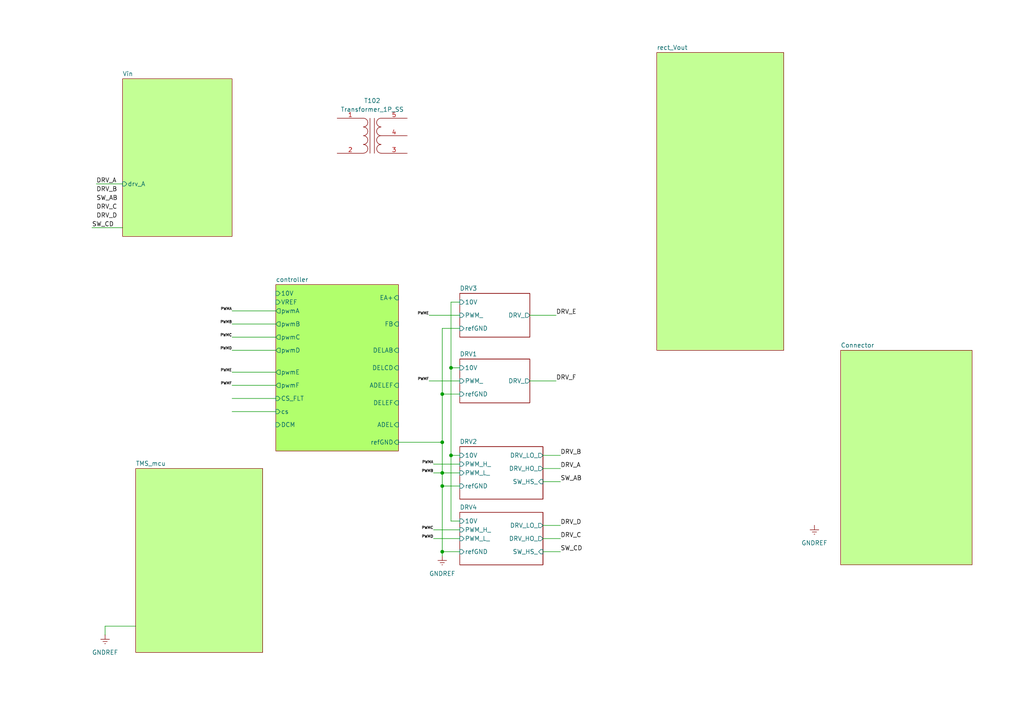
<source format=kicad_sch>
(kicad_sch (version 20231120) (generator "eeschema") (generator_version "8.0")
  (paper "A4")
  (lib_symbols
    (symbol "Device:Transformer_1P_SS" (pin_names (offset 1.016) hide)
      (property "Reference" "T" (at 0 6.35 0))
      (property "Value" "Transformer_1P_SS" (at 0 -7.62 0))
      (symbol "Transformer_1P_SS_0_1"
        (arc (start -2.54 -5.0546) (mid -1.6599 -4.6901) (end -1.27 -3.81))
        (arc (start -2.54 -2.5146) (mid -1.6599 -2.1501) (end -1.27 -1.27))
        (arc (start -2.54 0.0254) (mid -1.6599 0.3899) (end -1.27 1.27))
        (arc (start -2.54 2.5654) (mid -1.6599 2.9299) (end -1.27 3.81))
        (arc (start -1.27 -3.81) (mid -1.642 -2.912) (end -2.54 -2.54))
        (arc (start -1.27 -1.27) (mid -1.642 -0.372) (end -2.54 0))
        (arc (start -1.27 1.27) (mid -1.642 2.168) (end -2.54 2.54))
        (arc (start -1.27 3.81) (mid -1.642 4.708) (end -2.54 5.08))
        (polyline (pts (xy -0.635 5.08) (xy -0.635 -5.08)))
        (polyline (pts (xy 0.635 -5.08) (xy 0.635 5.08)))
        (arc (start 1.2954 -1.27) (mid 1.6599 -2.1501) (end 2.54 -2.5146))
        (arc (start 1.2954 1.27) (mid 1.6599 0.3899) (end 2.54 0.0254))
        (arc (start 1.2954 3.81) (mid 1.6599 2.9299) (end 2.54 2.5654))
        (arc (start 1.3208 -3.81) (mid 1.6853 -4.6901) (end 2.5654 -5.0546))
        (arc (start 2.54 0) (mid 1.642 -0.372) (end 1.2954 -1.27))
        (arc (start 2.54 2.54) (mid 1.642 2.168) (end 1.2954 1.27))
        (arc (start 2.54 5.08) (mid 1.642 4.708) (end 1.2954 3.81))
        (arc (start 2.5654 -2.54) (mid 1.6674 -2.912) (end 1.3208 -3.81))
      )
      (symbol "Transformer_1P_SS_1_1"
        (pin passive line (at -10.16 5.08 0) (length 7.62) (name "AA") (number "1"))
        (pin passive line (at -10.16 -5.08 0) (length 7.62) (name "AB") (number "2"))
        (pin passive line (at 10.16 -5.08 180) (length 7.62) (name "SA") (number "3"))
        (pin passive line (at 10.16 0 180) (length 7.62) (name "SC") (number "4"))
        (pin passive line (at 10.16 5.08 180) (length 7.62) (name "SB") (number "5"))
      )
    )
    (symbol "power:GNDREF" (power) (pin_numbers hide) (pin_names (offset 0) hide)
      (property "Value" "GNDREF" (at 0 -3.81 0))
      (symbol "GNDREF_0_1"
        (polyline (pts (xy -0.635 -1.905) (xy 0.635 -1.905)))
        (polyline (pts (xy -0.127 -2.54) (xy 0.127 -2.54)))
        (polyline (pts (xy 0 -1.27) (xy 0 0)))
        (polyline (pts (xy 1.27 -1.27) (xy -1.27 -1.27)))
      )
      (symbol "GNDREF_1_1"
        (pin power_in line (at 0 0 270) (length 0) (name "~") (number "1"))
      )
    )
  )
  (junction (at 130.81 132.08))
  (junction (at 128.27 128.27))
  (junction (at 128.27 140.97))
  (junction (at 128.27 114.3))
  (junction (at 130.81 106.68))
  (junction (at 128.27 137.16))
  (junction (at 128.27 160.02))
  (wire (pts (xy 128.27 114.3) (xy 128.27 128.27)))
  (wire (pts (xy 130.81 132.08) (xy 130.81 151.13)))
  (wire (pts (xy 128.27 140.97) (xy 128.27 160.02)))
  (wire (pts (xy 67.31 119.38) (xy 80.01 119.38)))
  (wire (pts (xy 153.67 110.49) (xy 161.29 110.49)))
  (wire (pts (xy 26.67 66.04) (xy 35.56 66.04)))
  (wire (pts (xy 130.81 106.68) (xy 133.35 106.68)))
  (wire (pts (xy 67.31 93.98) (xy 80.01 93.98)))
  (wire (pts (xy 130.81 87.63) (xy 130.81 106.68)))
  (wire (pts (xy 157.48 139.7) (xy 162.56 139.7)))
  (wire (pts (xy 115.57 128.27) (xy 128.27 128.27)))
  (wire (pts (xy 124.46 91.44) (xy 133.35 91.44)))
  (wire (pts (xy 125.73 156.21) (xy 133.35 156.21)))
  (wire (pts (xy 128.27 95.25) (xy 128.27 114.3)))
  (wire (pts (xy 30.48 184.15) (xy 30.48 181.61)))
  (wire (pts (xy 157.48 156.21) (xy 162.56 156.21)))
  (wire (pts (xy 128.27 140.97) (xy 133.35 140.97)))
  (wire (pts (xy 133.35 95.25) (xy 128.27 95.25)))
  (wire (pts (xy 27.94 53.34) (xy 35.56 53.34)))
  (wire (pts (xy 128.27 128.27) (xy 128.27 137.16)))
  (wire (pts (xy 130.81 106.68) (xy 130.81 132.08)))
  (wire (pts (xy 30.48 181.61) (xy 39.37 181.61)))
  (wire (pts (xy 67.31 97.79) (xy 80.01 97.79)))
  (wire (pts (xy 128.27 137.16) (xy 128.27 140.97)))
  (wire (pts (xy 128.27 160.02) (xy 128.27 161.29)))
  (wire (pts (xy 67.31 90.17) (xy 80.01 90.17)))
  (wire (pts (xy 133.35 87.63) (xy 130.81 87.63)))
  (wire (pts (xy 125.73 134.62) (xy 133.35 134.62)))
  (wire (pts (xy 157.48 132.08) (xy 162.56 132.08)))
  (wire (pts (xy 153.67 91.44) (xy 161.29 91.44)))
  (wire (pts (xy 67.31 115.57) (xy 80.01 115.57)))
  (wire (pts (xy 128.27 160.02) (xy 133.35 160.02)))
  (wire (pts (xy 125.73 153.67) (xy 133.35 153.67)))
  (wire (pts (xy 67.31 101.6) (xy 80.01 101.6)))
  (wire (pts (xy 128.27 137.16) (xy 133.35 137.16)))
  (wire (pts (xy 67.31 107.95) (xy 80.01 107.95)))
  (wire (pts (xy 125.73 137.16) (xy 128.27 137.16)))
  (wire (pts (xy 130.81 132.08) (xy 133.35 132.08)))
  (wire (pts (xy 124.46 110.49) (xy 133.35 110.49)))
  (wire (pts (xy 157.48 152.4) (xy 162.56 152.4)))
  (wire (pts (xy 157.48 135.89) (xy 162.56 135.89)))
  (wire (pts (xy 67.31 111.76) (xy 80.01 111.76)))
  (wire (pts (xy 128.27 114.3) (xy 133.35 114.3)))
  (wire (pts (xy 157.48 160.02) (xy 162.56 160.02)))
  (wire (pts (xy 133.35 151.13) (xy 130.81 151.13)))
  (label "PWMA" (at 125.73 134.62 180) (effects (font (size 0.762 0.762))))
  (label "PWMC" (at 67.31 97.79 180) (effects (font (size 0.762 0.762))))
  (label "DRV_C" (at 27.94 60.96 0))
  (label "PWME" (at 67.31 107.95 180) (effects (font (size 0.762 0.762))))
  (label "DRV_D" (at 162.56 152.4 0))
  (label "SW_CD" (at 26.67 66.04 0))
  (label "PWMA" (at 67.31 90.17 180) (effects (font (size 0.762 0.762))))
  (label "DRV_F" (at 161.29 110.49 0))
  (label "DRV_D" (at 27.94 63.5 0))
  (label "PWMB" (at 67.31 93.98 180) (effects (font (size 0.762 0.762))))
  (label "PWME" (at 124.46 91.44 180) (effects (font (size 0.762 0.762))))
  (label "DRV_B" (at 162.56 132.08 0))
  (label "PWMC" (at 125.73 153.67 180) (effects (font (size 0.762 0.762))))
  (label "PWMB" (at 125.73 137.16 180) (effects (font (size 0.762 0.762))))
  (label "PWMF" (at 67.31 111.76 180) (effects (font (size 0.762 0.762))))
  (label "PWMD" (at 125.73 156.21 180) (effects (font (size 0.762 0.762))))
  (label "SW_CD" (at 162.56 160.02 0))
  (label "PWMD" (at 67.31 101.6 180) (effects (font (size 0.762 0.762))))
  (label "DRV_E" (at 161.29 91.44 0))
  (label "DRV_C" (at 162.56 156.21 0))
  (label "SW_AB" (at 162.56 139.7 0))
  (label "SW_AB" (at 27.94 58.42 0))
  (label "DRV_A" (at 162.56 135.89 0))
  (label "DRV_A" (at 27.94 53.34 0))
  (label "DRV_B" (at 27.94 55.88 0))
  (label "PWMF" (at 124.46 110.49 180) (effects (font (size 0.762 0.762))))
  (symbol (lib_id "power:GNDREF") (at 128.27 161.29 0) (unit 1)
    (property "Reference" "#PWR0101" (effects (hide yes)))
    (property "Value" "GNDREF" (at 128.27 166.37 0))
    (property "Description" "Power symbol creates a global label with name \"GNDREF\" , reference supply ground" (effects (hide yes)))
  )
  (symbol (lib_id "Device:Transformer_1P_SS") (at 107.95 39.37 0) (unit 1)
    (property "Reference" "T102" (at 107.9627 29.21 0))
    (property "Value" "Transformer_1P_SS" (at 107.9627 31.75 0))
    (property "Description" "Transformer, single primary, split secondary" (effects (hide yes)))
  )
  (symbol (lib_id "power:GNDREF") (at 236.22 152.4 0) (unit 1)
    (property "Reference" "#PWR0102" (effects (hide yes)))
    (property "Value" "GNDREF" (at 236.22 157.48 0))
    (property "Description" "Power symbol creates a global label with name \"GNDREF\" , reference supply ground" (effects (hide yes)))
  )
  (symbol (lib_id "power:GNDREF") (at 30.48 184.15 0) (unit 1)
    (property "Reference" "#PWR0103" (effects (hide yes)))
    (property "Value" "GNDREF" (at 30.48 189.23 0))
    (property "Description" "Power symbol creates a global label with name \"GNDREF\" , reference supply ground" (effects (hide yes)))
  )
  (sheet (at 35.56 22.86) (size 31.75 45.72) (stroke (width 0.1524)) (fill (color 195 255 149 1.0000))
    (property "Sheetname" "Vin" (at 35.56 22.1484 0) (effects (justify left bottom)))
    (property "Sheetfile" "Vin.kicad_sch" (effects (hide yes)))
    (pin "drv_A" input (at 35.56 53.34 180))
  )
  (sheet (at 39.37 135.89) (size 36.83 53.34) (stroke (width 0.1524)) (fill (color 195 255 149 1.0000))
    (property "Sheetname" "TMS_mcu" (at 39.37 135.1784 0) (effects (justify left bottom)))
    (property "Sheetfile" "mcu.kicad_sch" (effects (hide yes)))
  )
  (sheet (at 80.01 82.55) (size 35.56 48.26) (stroke (width 0.1524)) (fill (color 177 255 108 1.0000))
    (property "Sheetname" "controller" (at 80.01 81.8384 0) (effects (justify left bottom)))
    (property "Sheetfile" "contr.kicad_sch" (effects (hide yes)))
    (pin "EA+" input (at 115.57 86.36 0))
    (pin "pwmF" output (at 80.01 111.76 180))
    (pin "pwmC" output (at 80.01 97.79 180))
    (pin "pwmA" output (at 80.01 90.17 180))
    (pin "pwmB" output (at 80.01 93.98 180))
    (pin "pwmE" output (at 80.01 107.95 180))
    (pin "pwmD" output (at 80.01 101.6 180))
    (pin "refGND" input (at 115.57 128.27 0))
    (pin "DELAB" input (at 115.57 101.6 0))
    (pin "FB" input (at 115.57 93.98 0))
    (pin "DELCD" input (at 115.57 106.68 0))
    (pin "ADELEF" input (at 115.57 111.76 0))
    (pin "DELEF" input (at 115.57 116.84 0))
    (pin "ADEL" input (at 115.57 123.19 0))
    (pin "10V" input (at 80.01 85.09 180))
    (pin "VREF" input (at 80.01 87.63 180))
    (pin "CS_FLT" input (at 80.01 115.57 180))
    (pin "cs" input (at 80.01 119.38 180))
    (pin "DCM" input (at 80.01 123.19 180))
  )
  (sheet (at 133.35 129.54) (size 24.13 15.24) (stroke (width 0.1524))
    (property "Sheetname" "DRV2" (at 133.35 128.8284 0) (effects (justify left bottom)))
    (property "Sheetfile" "UCC27212A.kicad_sch" (effects (hide yes)))
    (pin "SW_HS_" input (at 157.48 139.7 0))
    (pin "refGND" input (at 133.35 140.97 180))
    (pin "10V" input (at 133.35 132.08 180))
    (pin "PWM_H_" input (at 133.35 134.62 180))
    (pin "PWM_L_" input (at 133.35 137.16 180))
    (pin "DRV_HO_" output (at 157.48 135.89 0))
    (pin "DRV_LO_" output (at 157.48 132.08 0))
  )
  (sheet (at 243.84 101.6) (size 38.1 62.23) (stroke (width 0.1524)) (fill (color 195 255 149 1.0000))
    (property "Sheetname" "Connector" (at 243.84 100.8884 0) (effects (justify left bottom)))
    (property "Sheetfile" "connectors.kicad_sch" (effects (hide yes)))
  )
  (sheet (at 133.35 104.14) (size 20.32 12.7) (stroke (width 0.1524))
    (property "Sheetname" "DRV1" (at 133.35 103.4284 0) (effects (justify left bottom)))
    (property "Sheetfile" "UCC27511A.kicad_sch" (effects (hide yes)))
    (pin "10V" input (at 133.35 106.68 180))
    (pin "DRV_" output (at 153.67 110.49 0))
    (pin "PWM_" input (at 133.35 110.49 180))
    (pin "refGND" input (at 133.35 114.3 180))
  )
  (sheet (at 133.35 148.59) (size 24.13 15.24) (stroke (width 0.1524))
    (property "Sheetname" "DRV4" (at 133.35 147.8784 0) (effects (justify left bottom)))
    (property "Sheetfile" "UCC27212A.kicad_sch" (effects (hide yes)))
    (pin "SW_HS_" input (at 157.48 160.02 0))
    (pin "refGND" input (at 133.35 160.02 180))
    (pin "10V" input (at 133.35 151.13 180))
    (pin "PWM_H_" input (at 133.35 153.67 180))
    (pin "PWM_L_" input (at 133.35 156.21 180))
    (pin "DRV_HO_" output (at 157.48 156.21 0))
    (pin "DRV_LO_" output (at 157.48 152.4 0))
  )
  (sheet (at 133.35 85.09) (size 20.32 12.7) (stroke (width 0.1524))
    (property "Sheetname" "DRV3" (at 133.35 84.3784 0) (effects (justify left bottom)))
    (property "Sheetfile" "UCC27511A.kicad_sch" (effects (hide yes)))
    (pin "10V" input (at 133.35 87.63 180))
    (pin "DRV_" output (at 153.67 91.44 0))
    (pin "PWM_" input (at 133.35 91.44 180))
    (pin "refGND" input (at 133.35 95.25 180))
  )
  (sheet (at 190.5 15.24) (size 36.83 86.36) (stroke (width 0.1524)) (fill (color 195 255 149 1.0000))
    (property "Sheetname" "rect_Vout" (at 190.5 14.5284 0) (effects (justify left bottom)))
    (property "Sheetfile" "Vo.kicad_sch" (effects (hide yes)))
  )
)
</source>
